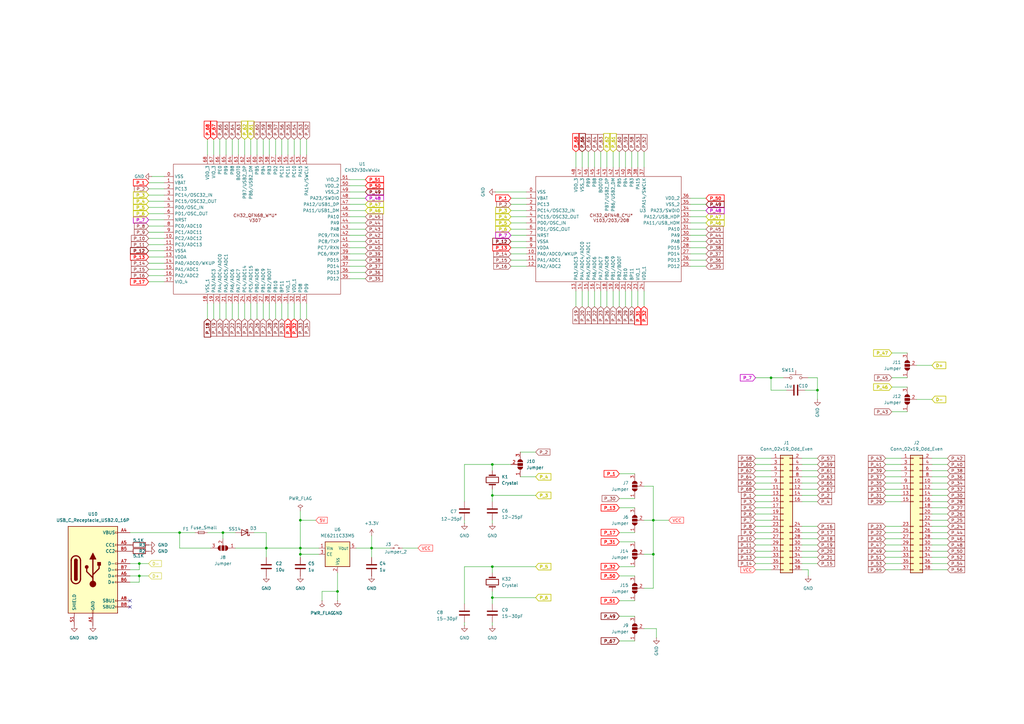
<source format=kicad_sch>
(kicad_sch (version 20250114) (generator "eeschema") (generator_version "9.0")
  (paper "A3")
  (junction (at 152.4 224.79))
  (junction (at 335.28 160.02))
  (junction (at 267.97 213.36))
  (junction (at 267.97 227.33))
  (junction (at 201.93 190.5))
  (junction (at 57.15 231.14))
  (junction (at 316.23 154.94))
  (junction (at 109.22 224.79))
  (junction (at 123.19 224.79))
  (junction (at 91.44 218.44))
  (junction (at 73.66 218.44))
  (junction (at 123.19 227.33))
  (junction (at 138.43 242.57))
  (junction (at 201.93 203.2))
  (junction (at 123.19 213.36))
  (junction (at 201.93 245.11))
  (junction (at 57.15 236.22))
  (junction (at 201.93 232.41))
  (no_connect (at 53.34 246.38))
  (no_connect (at 53.34 248.92))
  (wire (pts (xy 60.96 95.25) (xy 67.31 95.25)))
  (wire (pts (xy 264.16 227.33) (xy 267.97 227.33)))
  (wire (pts (xy 123.19 228.6) (xy 123.19 227.33)))
  (wire (pts (xy 335.28 228.6) (xy 328.93 228.6)))
  (wire (pts (xy 90.17 57.15) (xy 90.17 63.5)))
  (wire (pts (xy 254 236.22) (xy 260.35 236.22)))
  (wire (pts (xy 201.93 245.11) (xy 219.71 245.11)))
  (wire (pts (xy 209.55 91.44) (xy 215.9 91.44)))
  (wire (pts (xy 267.97 213.36) (xy 267.97 227.33)))
  (wire (pts (xy 215.9 78.74) (xy 203.2 78.74)))
  (wire (pts (xy 388.62 215.9) (xy 382.27 215.9)))
  (wire (pts (xy 264.16 241.3) (xy 267.97 241.3)))
  (wire (pts (xy 143.51 86.36) (xy 149.86 86.36)))
  (wire (pts (xy 241.3 125.73) (xy 241.3 119.38)))
  (wire (pts (xy 256.54 119.38) (xy 256.54 125.73)))
  (wire (pts (xy 335.28 187.96) (xy 328.93 187.96)))
  (wire (pts (xy 289.56 83.82) (xy 283.21 83.82)))
  (wire (pts (xy 123.19 209.55) (xy 123.19 213.36)))
  (wire (pts (xy 309.88 228.6) (xy 316.23 228.6)))
  (wire (pts (xy 289.56 101.6) (xy 283.21 101.6)))
  (wire (pts (xy 335.28 203.2) (xy 328.93 203.2)))
  (wire (pts (xy 113.03 57.15) (xy 113.03 63.5)))
  (wire (pts (xy 120.65 130.81) (xy 120.65 124.46)))
  (wire (pts (xy 363.22 226.06) (xy 369.57 226.06)))
  (wire (pts (xy 100.33 57.15) (xy 100.33 63.5)))
  (wire (pts (xy 388.62 193.04) (xy 382.27 193.04)))
  (wire (pts (xy 309.88 208.28) (xy 316.23 208.28)))
  (wire (pts (xy 96.52 224.79) (xy 109.22 224.79)))
  (wire (pts (xy 375.92 149.86) (xy 382.27 149.86)))
  (wire (pts (xy 363.22 195.58) (xy 369.57 195.58)))
  (wire (pts (xy 123.19 224.79) (xy 130.81 224.79)))
  (wire (pts (xy 60.96 77.47) (xy 67.31 77.47)))
  (wire (pts (xy 60.96 102.87) (xy 67.31 102.87)))
  (wire (pts (xy 57.15 236.22) (xy 60.96 236.22)))
  (wire (pts (xy 107.95 130.81) (xy 107.95 124.46)))
  (wire (pts (xy 335.28 220.98) (xy 328.93 220.98)))
  (wire (pts (xy 201.93 242.57) (xy 201.93 245.11)))
  (wire (pts (xy 309.88 200.66) (xy 316.23 200.66)))
  (wire (pts (xy 241.3 62.23) (xy 241.3 68.58)))
  (wire (pts (xy 267.97 241.3) (xy 267.97 227.33)))
  (wire (pts (xy 149.86 76.2) (xy 143.51 76.2)))
  (wire (pts (xy 102.87 130.81) (xy 102.87 124.46)))
  (wire (pts (xy 388.62 210.82) (xy 382.27 210.82)))
  (wire (pts (xy 363.22 190.5) (xy 369.57 190.5)))
  (wire (pts (xy 138.43 242.57) (xy 138.43 246.38)))
  (wire (pts (xy 283.21 91.44) (xy 289.56 91.44)))
  (wire (pts (xy 363.22 193.04) (xy 369.57 193.04)))
  (wire (pts (xy 254 262.89) (xy 260.35 262.89)))
  (wire (pts (xy 149.86 99.06) (xy 143.51 99.06)))
  (wire (pts (xy 388.62 228.6) (xy 382.27 228.6)))
  (wire (pts (xy 388.62 218.44) (xy 382.27 218.44)))
  (wire (pts (xy 109.22 218.44) (xy 109.22 224.79)))
  (wire (pts (xy 289.56 96.52) (xy 283.21 96.52)))
  (wire (pts (xy 109.22 228.6) (xy 109.22 224.79)))
  (wire (pts (xy 60.96 107.95) (xy 67.31 107.95)))
  (wire (pts (xy 209.55 109.22) (xy 215.9 109.22)))
  (wire (pts (xy 309.88 195.58) (xy 316.23 195.58)))
  (wire (pts (xy 91.44 218.44) (xy 96.52 218.44)))
  (wire (pts (xy 149.86 93.98) (xy 143.51 93.98)))
  (wire (pts (xy 283.21 93.98) (xy 289.56 93.98)))
  (wire (pts (xy 363.22 205.74) (xy 369.57 205.74)))
  (wire (pts (xy 388.62 226.06) (xy 382.27 226.06)))
  (wire (pts (xy 190.5 205.74) (xy 190.5 190.5)))
  (wire (pts (xy 209.55 86.36) (xy 215.9 86.36)))
  (wire (pts (xy 248.92 62.23) (xy 248.92 68.58)))
  (wire (pts (xy 309.88 205.74) (xy 316.23 205.74)))
  (wire (pts (xy 243.84 62.23) (xy 243.84 68.58)))
  (wire (pts (xy 309.88 187.96) (xy 316.23 187.96)))
  (wire (pts (xy 388.62 231.14) (xy 382.27 231.14)))
  (wire (pts (xy 246.38 119.38) (xy 246.38 125.73)))
  (wire (pts (xy 105.41 130.81) (xy 105.41 124.46)))
  (wire (pts (xy 243.84 125.73) (xy 243.84 119.38)))
  (wire (pts (xy 53.34 233.68) (xy 57.15 233.68)))
  (wire (pts (xy 60.96 74.93) (xy 67.31 74.93)))
  (wire (pts (xy 335.28 218.44) (xy 328.93 218.44)))
  (wire (pts (xy 309.88 215.9) (xy 316.23 215.9)))
  (wire (pts (xy 316.23 154.94) (xy 316.23 160.02)))
  (wire (pts (xy 60.96 110.49) (xy 67.31 110.49)))
  (wire (pts (xy 289.56 104.14) (xy 283.21 104.14)))
  (wire (pts (xy 365.76 168.91) (xy 372.11 168.91)))
  (wire (pts (xy 289.56 109.22) (xy 283.21 109.22)))
  (wire (pts (xy 238.76 125.73) (xy 238.76 119.38)))
  (wire (pts (xy 335.28 200.66) (xy 328.93 200.66)))
  (wire (pts (xy 57.15 231.14) (xy 60.96 231.14)))
  (wire (pts (xy 149.86 91.44) (xy 143.51 91.44)))
  (wire (pts (xy 160.02 224.79) (xy 152.4 224.79)))
  (wire (pts (xy 363.22 187.96) (xy 369.57 187.96)))
  (wire (pts (xy 60.96 87.63) (xy 67.31 87.63)))
  (wire (pts (xy 219.71 185.42) (xy 213.36 185.42)))
  (wire (pts (xy 254 232.41) (xy 260.35 232.41)))
  (wire (pts (xy 143.51 83.82) (xy 149.86 83.82)))
  (wire (pts (xy 110.49 130.81) (xy 110.49 124.46)))
  (wire (pts (xy 363.22 200.66) (xy 369.57 200.66)))
  (wire (pts (xy 331.47 233.68) (xy 331.47 236.22)))
  (wire (pts (xy 363.22 218.44) (xy 369.57 218.44)))
  (wire (pts (xy 57.15 238.76) (xy 57.15 236.22)))
  (wire (pts (xy 309.88 190.5) (xy 316.23 190.5)))
  (wire (pts (xy 372.11 154.94) (xy 365.76 154.94)))
  (wire (pts (xy 335.28 160.02) (xy 330.2 160.02)))
  (wire (pts (xy 335.28 215.9) (xy 328.93 215.9)))
  (wire (pts (xy 264.16 199.39) (xy 267.97 199.39)))
  (wire (pts (xy 152.4 219.71) (xy 152.4 224.79)))
  (wire (pts (xy 60.96 105.41) (xy 67.31 105.41)))
  (wire (pts (xy 335.28 154.94) (xy 335.28 160.02)))
  (wire (pts (xy 152.4 224.79) (xy 152.4 228.6)))
  (wire (pts (xy 335.28 154.94) (xy 331.47 154.94)))
  (wire (pts (xy 118.11 57.15) (xy 118.11 63.5)))
  (wire (pts (xy 219.71 195.58) (xy 213.36 195.58)))
  (wire (pts (xy 110.49 57.15) (xy 110.49 63.5)))
  (wire (pts (xy 149.86 114.3) (xy 143.51 114.3)))
  (wire (pts (xy 251.46 62.23) (xy 251.46 68.58)))
  (wire (pts (xy 261.62 62.23) (xy 261.62 68.58)))
  (wire (pts (xy 190.5 247.65) (xy 190.5 232.41)))
  (wire (pts (xy 254 252.73) (xy 260.35 252.73)))
  (wire (pts (xy 104.14 218.44) (xy 109.22 218.44)))
  (wire (pts (xy 236.22 125.73) (xy 236.22 119.38)))
  (wire (pts (xy 97.79 57.15) (xy 97.79 63.5)))
  (wire (pts (xy 60.96 85.09) (xy 67.31 85.09)))
  (wire (pts (xy 115.57 57.15) (xy 115.57 63.5)))
  (wire (pts (xy 57.15 233.68) (xy 57.15 231.14)))
  (wire (pts (xy 259.08 62.23) (xy 259.08 68.58)))
  (wire (pts (xy 53.34 238.76) (xy 57.15 238.76)))
  (wire (pts (xy 363.22 215.9) (xy 369.57 215.9)))
  (wire (pts (xy 190.5 232.41) (xy 201.93 232.41)))
  (wire (pts (xy 309.88 198.12) (xy 316.23 198.12)))
  (wire (pts (xy 335.28 195.58) (xy 328.93 195.58)))
  (wire (pts (xy 118.11 130.81) (xy 118.11 124.46)))
  (wire (pts (xy 53.34 236.22) (xy 57.15 236.22)))
  (wire (pts (xy 149.86 101.6) (xy 143.51 101.6)))
  (wire (pts (xy 246.38 62.23) (xy 246.38 68.58)))
  (wire (pts (xy 363.22 198.12) (xy 369.57 198.12)))
  (wire (pts (xy 60.96 97.79) (xy 67.31 97.79)))
  (wire (pts (xy 363.22 220.98) (xy 369.57 220.98)))
  (wire (pts (xy 85.09 218.44) (xy 91.44 218.44)))
  (wire (pts (xy 289.56 99.06) (xy 283.21 99.06)))
  (wire (pts (xy 132.08 242.57) (xy 132.08 246.38)))
  (wire (pts (xy 388.62 213.36) (xy 382.27 213.36)))
  (wire (pts (xy 132.08 242.57) (xy 138.43 242.57)))
  (wire (pts (xy 91.44 218.44) (xy 91.44 220.98)))
  (wire (pts (xy 97.79 124.46) (xy 97.79 130.81)))
  (wire (pts (xy 60.96 90.17) (xy 67.31 90.17)))
  (wire (pts (xy 95.25 57.15) (xy 95.25 63.5)))
  (wire (pts (xy 73.66 218.44) (xy 73.66 224.79)))
  (wire (pts (xy 125.73 124.46) (xy 125.73 130.81)))
  (wire (pts (xy 190.5 213.36) (xy 190.5 214.63)))
  (wire (pts (xy 209.55 83.82) (xy 215.9 83.82)))
  (wire (pts (xy 335.28 198.12) (xy 328.93 198.12)))
  (wire (pts (xy 149.86 104.14) (xy 143.51 104.14)))
  (wire (pts (xy 236.22 62.23) (xy 236.22 68.58)))
  (wire (pts (xy 388.62 190.5) (xy 382.27 190.5)))
  (wire (pts (xy 87.63 130.81) (xy 87.63 124.46)))
  (wire (pts (xy 149.86 96.52) (xy 143.51 96.52)))
  (wire (pts (xy 149.86 106.68) (xy 143.51 106.68)))
  (wire (pts (xy 146.05 224.79) (xy 152.4 224.79)))
  (wire (pts (xy 165.1 224.79) (xy 171.45 224.79)))
  (wire (pts (xy 67.31 72.39) (xy 62.23 72.39)))
  (wire (pts (xy 363.22 231.14) (xy 369.57 231.14)))
  (wire (pts (xy 248.92 125.73) (xy 248.92 119.38)))
  (wire (pts (xy 149.86 111.76) (xy 143.51 111.76)))
  (wire (pts (xy 123.19 130.81) (xy 123.19 124.46)))
  (wire (pts (xy 256.54 62.23) (xy 256.54 68.58)))
  (wire (pts (xy 60.96 113.03) (xy 67.31 113.03)))
  (wire (pts (xy 123.19 57.15) (xy 123.19 63.5)))
  (wire (pts (xy 251.46 125.73) (xy 251.46 119.38)))
  (wire (pts (xy 129.54 213.36) (xy 123.19 213.36)))
  (wire (pts (xy 388.62 203.2) (xy 382.27 203.2)))
  (wire (pts (xy 254 246.38) (xy 260.35 246.38)))
  (wire (pts (xy 388.62 200.66) (xy 382.27 200.66)))
  (wire (pts (xy 283.21 86.36) (xy 289.56 86.36)))
  (wire (pts (xy 267.97 213.36) (xy 274.32 213.36)))
  (wire (pts (xy 363.22 203.2) (xy 369.57 203.2)))
  (wire (pts (xy 190.5 190.5) (xy 201.93 190.5)))
  (wire (pts (xy 138.43 234.95) (xy 138.43 242.57)))
  (wire (pts (xy 309.88 218.44) (xy 316.23 218.44)))
  (wire (pts (xy 85.09 130.81) (xy 85.09 124.46)))
  (wire (pts (xy 149.86 73.66) (xy 143.51 73.66)))
  (wire (pts (xy 388.62 198.12) (xy 382.27 198.12)))
  (wire (pts (xy 316.23 233.68) (xy 309.88 233.68)))
  (wire (pts (xy 335.28 226.06) (xy 328.93 226.06)))
  (wire (pts (xy 254 125.73) (xy 254 119.38)))
  (wire (pts (xy 335.28 193.04) (xy 328.93 193.04)))
  (wire (pts (xy 269.24 261.62) (xy 269.24 257.81)))
  (wire (pts (xy 388.62 205.74) (xy 382.27 205.74)))
  (wire (pts (xy 86.36 224.79) (xy 73.66 224.79)))
  (wire (pts (xy 60.96 80.01) (xy 67.31 80.01)))
  (wire (pts (xy 388.62 195.58) (xy 382.27 195.58)))
  (wire (pts (xy 115.57 130.81) (xy 115.57 124.46)))
  (wire (pts (xy 92.71 130.81) (xy 92.71 124.46)))
  (wire (pts (xy 209.55 106.68) (xy 215.9 106.68)))
  (wire (pts (xy 309.88 213.36) (xy 316.23 213.36)))
  (wire (pts (xy 149.86 78.74) (xy 143.51 78.74)))
  (wire (pts (xy 372.11 144.78) (xy 365.76 144.78)))
  (wire (pts (xy 388.62 187.96) (xy 382.27 187.96)))
  (wire (pts (xy 60.96 82.55) (xy 67.31 82.55)))
  (wire (pts (xy 261.62 125.73) (xy 261.62 119.38)))
  (wire (pts (xy 328.93 233.68) (xy 331.47 233.68)))
  (wire (pts (xy 60.96 100.33) (xy 67.31 100.33)))
  (wire (pts (xy 143.51 81.28) (xy 149.86 81.28)))
  (wire (pts (xy 388.62 223.52) (xy 382.27 223.52)))
  (wire (pts (xy 123.19 213.36) (xy 123.19 224.79)))
  (wire (pts (xy 190.5 255.27) (xy 190.5 256.54)))
  (wire (pts (xy 375.92 163.83) (xy 382.27 163.83)))
  (wire (pts (xy 209.55 99.06) (xy 215.9 99.06)))
  (wire (pts (xy 335.28 223.52) (xy 328.93 223.52)))
  (wire (pts (xy 264.16 257.81) (xy 269.24 257.81)))
  (wire (pts (xy 109.22 224.79) (xy 123.19 224.79)))
  (wire (pts (xy 335.28 231.14) (xy 328.93 231.14)))
  (wire (pts (xy 123.19 227.33) (xy 123.19 224.79)))
  (wire (pts (xy 388.62 208.28) (xy 382.27 208.28)))
  (wire (pts (xy 335.28 163.83) (xy 335.28 160.02)))
  (wire (pts (xy 107.95 57.15) (xy 107.95 63.5)))
  (wire (pts (xy 209.55 81.28) (xy 215.9 81.28)))
  (wire (pts (xy 87.63 57.15) (xy 87.63 63.5)))
  (wire (pts (xy 85.09 57.15) (xy 85.09 63.5)))
  (wire (pts (xy 309.88 231.14) (xy 316.23 231.14)))
  (wire (pts (xy 363.22 223.52) (xy 369.57 223.52)))
  (wire (pts (xy 388.62 220.98) (xy 382.27 220.98)))
  (wire (pts (xy 143.51 88.9) (xy 149.86 88.9)))
  (wire (pts (xy 254 222.25) (xy 260.35 222.25)))
  (wire (pts (xy 209.55 96.52) (xy 215.9 96.52)))
  (wire (pts (xy 120.65 57.15) (xy 120.65 63.5)))
  (wire (pts (xy 100.33 130.81) (xy 100.33 124.46)))
  (wire (pts (xy 309.88 193.04) (xy 316.23 193.04)))
  (wire (pts (xy 105.41 57.15) (xy 105.41 63.5)))
  (wire (pts (xy 363.22 228.6) (xy 369.57 228.6)))
  (wire (pts (xy 322.58 160.02) (xy 316.23 160.02)))
  (wire (pts (xy 201.93 203.2) (xy 201.93 205.74)))
  (wire (pts (xy 363.22 233.68) (xy 369.57 233.68)))
  (wire (pts (xy 309.88 226.06) (xy 316.23 226.06)))
  (wire (pts (xy 113.03 124.46) (xy 113.03 130.81)))
  (wire (pts (xy 209.55 104.14) (xy 215.9 104.14)))
  (wire (pts (xy 264.16 125.73) (xy 264.16 119.38)))
  (wire (pts (xy 95.25 130.81) (xy 95.25 124.46)))
  (wire (pts (xy 53.34 218.44) (xy 73.66 218.44)))
  (wire (pts (xy 309.88 154.94) (xy 316.23 154.94)))
  (wire (pts (xy 259.08 125.73) (xy 259.08 119.38)))
  (wire (pts (xy 53.34 231.14) (xy 57.15 231.14)))
  (wire (pts (xy 149.86 109.22) (xy 143.51 109.22)))
  (wire (pts (xy 201.93 232.41) (xy 201.93 234.95)))
  (wire (pts (xy 201.93 200.66) (xy 201.93 203.2)))
  (wire (pts (xy 254 204.47) (xy 260.35 204.47)))
  (wire (pts (xy 102.87 57.15) (xy 102.87 63.5)))
  (wire (pts (xy 123.19 227.33) (xy 130.81 227.33)))
  (wire (pts (xy 254 218.44) (xy 260.35 218.44)))
  (wire (pts (xy 92.71 57.15) (xy 92.71 63.5)))
  (wire (pts (xy 388.62 233.68) (xy 382.27 233.68)))
  (wire (pts (xy 125.73 57.15) (xy 125.73 63.5)))
  (wire (pts (xy 209.55 101.6) (xy 215.9 101.6)))
  (wire (pts (xy 335.28 190.5) (xy 328.93 190.5)))
  (wire (pts (xy 254 62.23) (xy 254 68.58)))
  (wire (pts (xy 90.17 130.81) (xy 90.17 124.46)))
  (wire (pts (xy 254 194.31) (xy 260.35 194.31)))
  (wire (pts (xy 309.88 210.82) (xy 316.23 210.82)))
  (wire (pts (xy 201.93 190.5) (xy 209.55 190.5)))
  (wire (pts (xy 201.93 232.41) (xy 219.71 232.41)))
  (wire (pts (xy 73.66 218.44) (xy 80.01 218.44)))
  (wire (pts (xy 238.76 62.23) (xy 238.76 68.58)))
  (wire (pts (xy 264.16 213.36) (xy 267.97 213.36)))
  (wire (pts (xy 335.28 205.74) (xy 328.93 205.74)))
  (wire (pts (xy 201.93 213.36) (xy 201.93 214.63)))
  (wire (pts (xy 309.88 203.2) (xy 316.23 203.2)))
  (wire (pts (xy 60.96 115.57) (xy 67.31 115.57)))
  (wire (pts (xy 209.55 88.9) (xy 215.9 88.9)))
  (wire (pts (xy 60.96 92.71) (xy 67.31 92.71)))
  (wire (pts (xy 309.88 220.98) (xy 316.23 220.98)))
  (wire (pts (xy 289.56 106.68) (xy 283.21 106.68)))
  (wire (pts (xy 254 208.28) (xy 260.35 208.28)))
  (wire (pts (xy 283.21 88.9) (xy 289.56 88.9)))
  (wire (pts (xy 372.11 158.75) (xy 365.76 158.75)))
  (wire (pts (xy 201.93 255.27) (xy 201.93 256.54)))
  (wire (pts (xy 321.31 154.94) (xy 316.23 154.94)))
  (wire (pts (xy 267.97 199.39) (xy 267.97 213.36)))
  (wire (pts (xy 209.55 93.98) (xy 215.9 93.98)))
  (wire (pts (xy 289.56 81.28) (xy 283.21 81.28)))
  (wire (pts (xy 201.93 203.2) (xy 219.71 203.2)))
  (wire (pts (xy 201.93 245.11) (xy 201.93 247.65)))
  (wire (pts (xy 264.16 62.23) (xy 264.16 68.58)))
  (wire (pts (xy 201.93 190.5) (xy 201.93 193.04)))
  (wire (pts (xy 309.88 223.52) (xy 316.23 223.52)))
  (global_label "P_28" (shape input) (at 254 125.73 270) (property "Intersheetrefs" "${INTERSHEET_REFS}" (effects (hide yes))))
  (global_label "P_24" (shape input) (at 388.62 215.9 0) (property "Intersheetrefs" "${INTERSHEET_REFS}" (effects (hide yes))))
  (global_label "P_15" (shape input) (at 209.55 106.68 180) (property "Intersheetrefs" "${INTERSHEET_REFS}" (effects (hide yes))))
  (global_label "P_68" (shape input) (at 309.88 200.66 180) (property "Intersheetrefs" "${INTERSHEET_REFS}" (effects (hide yes))))
  (global_label "P_19" (shape input) (at 335.28 223.52 0) (property "Intersheetrefs" "${INTERSHEET_REFS}" (effects (hide yes))))
  (global_label "P_31" (shape input) (at 254 222.25 180) (effects (font (thickness 0.254) (bold yes))) (property "Intersheetrefs" "${INTERSHEET_REFS}" (effects (hide yes))))
  (global_label "P_54" (shape input) (at 120.65 57.15 90) (property "Intersheetrefs" "${INTERSHEET_REFS}" (effects (hide yes))))
  (global_label "P_24" (shape input) (at 100.33 130.81 270) (property "Intersheetrefs" "${INTERSHEET_REFS}" (effects (hide yes))))
  (global_label "P_5" (shape input) (at 309.88 208.28 180) (property "Intersheetrefs" "${INTERSHEET_REFS}" (effects (hide yes))))
  (global_label "P_60" (shape input) (at 254 62.23 90) (property "Intersheetrefs" "${INTERSHEET_REFS}" (effects (hide yes))))
  (global_label "P_1" (shape input) (at 254 194.31 180) (effects (font (thickness 0.254) (bold yes))) (property "Intersheetrefs" "${INTERSHEET_REFS}" (effects (hide yes))))
  (global_label "P_49" (shape input) (at 149.86 78.74 0) (effects (font (thickness 0.254) (bold yes))) (property "Intersheetrefs" "${INTERSHEET_REFS}" (effects (hide yes))))
  (global_label "P_13" (shape input) (at 209.55 101.6 180) (effects (font (thickness 0.254) (bold yes))) (property "Intersheetrefs" "${INTERSHEET_REFS}" (effects (hide yes))))
  (global_label "P_18" (shape input) (at 335.28 220.98 0) (property "Intersheetrefs" "${INTERSHEET_REFS}" (effects (hide yes))))
  (global_label "P_14" (shape input) (at 209.55 104.14 180) (property "Intersheetrefs" "${INTERSHEET_REFS}" (effects (hide yes))))
  (global_label "P_36" (shape input) (at 149.86 111.76 0) (property "Intersheetrefs" "${INTERSHEET_REFS}" (effects (hide yes))))
  (global_label "P_2" (shape input) (at 60.96 77.47 180) (property "Intersheetrefs" "${INTERSHEET_REFS}" (effects (hide yes))))
  (global_label "P_46" (shape input) (at 365.76 158.75 180) (effects (font (thickness 0.254) (bold yes))) (property "Intersheetrefs" "${INTERSHEET_REFS}" (effects (hide yes))))
  (global_label "P_59" (shape input) (at 107.95 57.15 90) (property "Intersheetrefs" "${INTERSHEET_REFS}" (effects (hide yes))))
  (global_label "P_15" (shape input) (at 335.28 231.14 0) (property "Intersheetrefs" "${INTERSHEET_REFS}" (effects (hide yes))))
  (global_label "P_22" (shape input) (at 243.84 125.73 270) (property "Intersheetrefs" "${INTERSHEET_REFS}" (effects (hide yes))))
  (global_label "P_66" (shape input) (at 90.17 57.15 90) (property "Intersheetrefs" "${INTERSHEET_REFS}" (effects (hide yes))))
  (global_label "P_60" (shape input) (at 309.88 190.5 180) (property "Intersheetrefs" "${INTERSHEET_REFS}" (effects (hide yes))))
  (global_label "P_66" (shape input) (at 309.88 198.12 180) (property "Intersheetrefs" "${INTERSHEET_REFS}" (effects (hide yes))))
  (global_label "P_36" (shape input) (at 289.56 106.68 0) (property "Intersheetrefs" "${INTERSHEET_REFS}" (effects (hide yes))))
  (global_label "P_40" (shape input) (at 388.62 190.5 0) (property "Intersheetrefs" "${INTERSHEET_REFS}" (effects (hide yes))))
  (global_label "P_37" (shape input) (at 149.86 109.22 0) (property "Intersheetrefs" "${INTERSHEET_REFS}" (effects (hide yes))))
  (global_label "P_3" (shape input) (at 309.88 205.74 180) (property "Intersheetrefs" "${INTERSHEET_REFS}" (effects (hide yes))))
  (global_label "P_9" (shape input) (at 309.88 218.44 180) (property "Intersheetrefs" "${INTERSHEET_REFS}" (effects (hide yes))))
  (global_label "P_31" (shape input) (at 118.11 130.81 270) (effects (font (thickness 0.254) (bold yes))) (property "Intersheetrefs" "${INTERSHEET_REFS}" (effects (hide yes))))
  (global_label "P_32" (shape input) (at 388.62 200.66 0) (property "Intersheetrefs" "${INTERSHEET_REFS}" (effects (hide yes))))
  (global_label "P_17" (shape input) (at 254 218.44 180) (effects (font (thickness 0.254) (bold yes))) (property "Intersheetrefs" "${INTERSHEET_REFS}" (effects (hide yes))))
  (global_label "P_5" (shape input) (at 60.96 85.09 180) (effects (font (thickness 0.254) (bold yes))) (property "Intersheetrefs" "${INTERSHEET_REFS}" (effects (hide yes))))
  (global_label "P_33" (shape input) (at 123.19 130.81 270) (property "Intersheetrefs" "${INTERSHEET_REFS}" (effects (hide yes))))
  (global_label "P_52" (shape input) (at 388.62 228.6 0) (property "Intersheetrefs" "${INTERSHEET_REFS}" (effects (hide yes))))
  (global_label "P_65" (shape input) (at 92.71 57.15 90) (property "Intersheetrefs" "${INTERSHEET_REFS}" (effects (hide yes))))
  (global_label "P_4" (shape input) (at 209.55 88.9 180) (effects (font (thickness 0.254) (bold yes))) (property "Intersheetrefs" "${INTERSHEET_REFS}" (effects (hide yes))))
  (global_label "P_34" (shape input) (at 388.62 198.12 0) (property "Intersheetrefs" "${INTERSHEET_REFS}" (effects (hide yes))))
  (global_label "P_35" (shape input) (at 149.86 114.3 0) (property "Intersheetrefs" "${INTERSHEET_REFS}" (effects (hide yes))))
  (global_label "P_17" (shape input) (at 60.96 115.57 180) (effects (font (thickness 0.254) (bold yes))) (property "Intersheetrefs" "${INTERSHEET_REFS}" (effects (hide yes))))
  (global_label "P_30" (shape input) (at 388.62 203.2 0) (property "Intersheetrefs" "${INTERSHEET_REFS}" (effects (hide yes))))
  (global_label "P_4" (shape input) (at 60.96 82.55 180) (effects (font (thickness 0.254) (bold yes))) (property "Intersheetrefs" "${INTERSHEET_REFS}" (effects (hide yes))))
  (global_label "P_64" (shape input) (at 95.25 57.15 90) (property "Intersheetrefs" "${INTERSHEET_REFS}" (effects (hide yes))))
  (global_label "VCC" (shape input) (at 309.88 233.68 180) (property "Intersheetrefs" "${INTERSHEET_REFS}" (effects (hide yes))))
  (global_label "P_59" (shape input) (at 335.28 190.5 0) (property "Intersheetrefs" "${INTERSHEET_REFS}" (effects (hide yes))))
  (global_label "P_22" (shape input) (at 363.22 218.44 180) (property "Intersheetrefs" "${INTERSHEET_REFS}" (effects (hide yes))))
  (global_label "P_44" (shape input) (at 149.86 91.44 0) (property "Intersheetrefs" "${INTERSHEET_REFS}" (effects (hide yes))))
  (global_label "P_56" (shape input) (at 115.57 57.15 90) (property "Intersheetrefs" "${INTERSHEET_REFS}" (effects (hide yes))))
  (global_label "P_48" (shape input) (at 149.86 81.28 0) (effects (font (thickness 0.254) (bold yes))) (property "Intersheetrefs" "${INTERSHEET_REFS}" (effects (hide yes))))
  (global_label "P_39" (shape input) (at 149.86 104.14 0) (property "Intersheetrefs" "${INTERSHEET_REFS}" (effects (hide yes))))
  (global_label "P_47" (shape input) (at 365.76 144.78 180) (effects (font (thickness 0.254) (bold yes))) (property "Intersheetrefs" "${INTERSHEET_REFS}" (effects (hide yes))))
  (global_label "P_51" (shape input) (at 254 246.38 180) (effects (font (thickness 0.254) (bold yes))) (property "Intersheetrefs" "${INTERSHEET_REFS}" (effects (hide yes))))
  (global_label "P_49" (shape input) (at 289.56 83.82 0) (effects (font (thickness 0.254) (bold yes))) (property "Intersheetrefs" "${INTERSHEET_REFS}" (effects (hide yes))))
  (global_label "P_45" (shape input) (at 365.76 154.94 180) (property "Intersheetrefs" "${INTERSHEET_REFS}" (effects (hide yes))))
  (global_label "D+" (shape input) (at 60.96 236.22 0) (property "Intersheetrefs" "${INTERSHEET_REFS}" (effects (hide yes))))
  (global_label "P_28" (shape input) (at 388.62 205.74 0) (property "Intersheetrefs" "${INTERSHEET_REFS}" (effects (hide yes))))
  (global_label "P_43" (shape input) (at 365.76 168.91 180) (property "Intersheetrefs" "${INTERSHEET_REFS}" (effects (hide yes))))
  (global_label "P_46" (shape input) (at 289.56 91.44 0) (effects (font (thickness 0.254) (bold yes))) (property "Intersheetrefs" "${INTERSHEET_REFS}" (effects (hide yes))))
  (global_label "P_45" (shape input) (at 363.22 220.98 180) (property "Intersheetrefs" "${INTERSHEET_REFS}" (effects (hide yes))))
  (global_label "P_30" (shape input) (at 254 204.47 180) (property "Intersheetrefs" "${INTERSHEET_REFS}" (effects (hide yes))))
  (global_label "P_62" (shape input) (at 100.33 57.15 90) (effects (font (thickness 0.254) (bold yes))) (property "Intersheetrefs" "${INTERSHEET_REFS}" (effects (hide yes))))
  (global_label "P_1" (shape input) (at 60.96 74.93 180) (effects (font (thickness 0.254) (bold yes))) (property "Intersheetrefs" "${INTERSHEET_REFS}" (effects (hide yes))))
  (global_label "P_61" (shape input) (at 102.87 57.15 90) (effects (font (thickness 0.254) (bold yes))) (property "Intersheetrefs" "${INTERSHEET_REFS}" (effects (hide yes))))
  (global_label "P_45" (shape input) (at 149.86 88.9 0) (property "Intersheetrefs" "${INTERSHEET_REFS}" (effects (hide yes))))
  (global_label "P_19" (shape input) (at 236.22 125.73 270) (property "Intersheetrefs" "${INTERSHEET_REFS}" (effects (hide yes))))
  (global_label "P_6" (shape input) (at 219.71 245.11 0) (effects (font (thickness 0.254) (bold yes))) (property "Intersheetrefs" "${INTERSHEET_REFS}" (effects (hide yes))))
  (global_label "P_48" (shape input) (at 289.56 86.36 0) (effects (font (thickness 0.254) (bold yes))) (property "Intersheetrefs" "${INTERSHEET_REFS}" (effects (hide yes))))
  (global_label "P_51" (shape input) (at 363.22 228.6 180) (property "Intersheetrefs" "${INTERSHEET_REFS}" (effects (hide yes))))
  (global_label "P_68" (shape input) (at 236.22 62.23 90) (effects (font (thickness 0.254) (bold yes))) (property "Intersheetrefs" "${INTERSHEET_REFS}" (effects (hide yes))))
  (global_label "P_12" (shape input) (at 309.88 226.06 180) (property "Intersheetrefs" "${INTERSHEET_REFS}" (effects (hide yes))))
  (global_label "P_43" (shape input) (at 289.56 99.06 0) (property "Intersheetrefs" "${INTERSHEET_REFS}" (effects (hide yes))))
  (global_label "P_4" (shape input) (at 335.28 205.74 0) (property "Intersheetrefs" "${INTERSHEET_REFS}" (effects (hide yes))))
  (global_label "P_23" (shape input) (at 363.22 215.9 180) (property "Intersheetrefs" "${INTERSHEET_REFS}" (effects (hide yes))))
  (global_label "D-" (shape input) (at 60.96 231.14 0) (property "Intersheetrefs" "${INTERSHEET_REFS}" (effects (hide yes))))
  (global_label "P_3" (shape input) (at 219.71 203.2 0) (effects (font (thickness 0.254) (bold yes))) (property "Intersheetrefs" "${INTERSHEET_REFS}" (effects (hide yes))))
  (global_label "P_43" (shape input) (at 149.86 93.98 0) (property "Intersheetrefs" "${INTERSHEET_REFS}" (effects (hide yes))))
  (global_label "P_23" (shape input) (at 246.38 125.73 270) (property "Intersheetrefs" "${INTERSHEET_REFS}" (effects (hide yes))))
  (global_label "P_13" (shape input) (at 254 208.28 180) (effects (font (thickness 0.254) (bold yes))) (property "Intersheetrefs" "${INTERSHEET_REFS}" (effects (hide yes))))
  (global_label "P_63" (shape input) (at 97.79 57.15 90) (property "Intersheetrefs" "${INTERSHEET_REFS}" (effects (hide yes))))
  (global_label "P_29" (shape input) (at 113.03 130.81 270) (property "Intersheetrefs" "${INTERSHEET_REFS}" (effects (hide yes))))
  (global_label "P_27" (shape input) (at 107.95 130.81 270) (property "Intersheetrefs" "${INTERSHEET_REFS}" (effects (hide yes))))
  (global_label "P_38" (shape input) (at 149.86 106.68 0) (property "Intersheetrefs" "${INTERSHEET_REFS}" (effects (hide yes))))
  (global_label "P_1" (shape input) (at 309.88 203.2 180) (property "Intersheetrefs" "${INTERSHEET_REFS}" (effects (hide yes))))
  (global_label "P_65" (shape input) (at 241.3 62.23 90) (property "Intersheetrefs" "${INTERSHEET_REFS}" (effects (hide yes))))
  (global_label "P_27" (shape input) (at 388.62 208.28 0) (property "Intersheetrefs" "${INTERSHEET_REFS}" (effects (hide yes))))
  (global_label "P_32" (shape input) (at 120.65 130.81 270) (effects (font (thickness 0.254) (bold yes))) (property "Intersheetrefs" "${INTERSHEET_REFS}" (effects (hide yes))))
  (global_label "P_54" (shape input) (at 388.62 231.14 0) (property "Intersheetrefs" "${INTERSHEET_REFS}" (effects (hide yes))))
  (global_label "P_42" (shape input) (at 388.62 187.96 0) (property "Intersheetrefs" "${INTERSHEET_REFS}" (effects (hide yes))))
  (global_label "P_48" (shape input) (at 388.62 223.52 0) (property "Intersheetrefs" "${INTERSHEET_REFS}" (effects (hide yes))))
  (global_label "P_58" (shape input) (at 309.88 187.96 180) (property "Intersheetrefs" "${INTERSHEET_REFS}" (effects (hide yes))))
  (global_label "P_12" (shape input) (at 209.55 99.06 180) (effects (font (thickness 0.254) (bold yes))) (property "Intersheetrefs" "${INTERSHEET_REFS}" (effects (hide yes))))
  (global_label "P_65" (shape input) (at 335.28 198.12 0) (property "Intersheetrefs" "${INTERSHEET_REFS}" (effects (hide yes))))
  (global_label "P_18" (shape input) (at 85.09 130.81 270) (effects (font (thickness 0.254) (bold yes))) (property "Intersheetrefs" "${INTERSHEET_REFS}" (effects (hide yes))))
  (global_label "P_6" (shape input) (at 309.88 210.82 180) (property "Intersheetrefs" "${INTERSHEET_REFS}" (effects (hide yes))))
  (global_label "P_50" (shape input) (at 149.86 76.2 0) (effects (font (thickness 0.254) (bold yes))) (property "Intersheetrefs" "${INTERSHEET_REFS}" (effects (hide yes))))
  (global_label "P_40" (shape input) (at 149.86 101.6 0) (property "Intersheetrefs" "${INTERSHEET_REFS}" (effects (hide yes))))
  (global_label "VCC" (shape input) (at 274.32 213.36 0) (property "Intersheetrefs" "${INTERSHEET_REFS}" (effects (hide yes))))
  (global_label "P_53" (shape input) (at 261.62 62.23 90) (property "Intersheetrefs" "${INTERSHEET_REFS}" (effects (hide yes))))
  (global_label "P_20" (shape input) (at 238.76 125.73 270) (property "Intersheetrefs" "${INTERSHEET_REFS}" (effects (hide yes))))
  (global_label "P_52" (shape input) (at 125.73 57.15 90) (property "Intersheetrefs" "${INTERSHEET_REFS}" (effects (hide yes))))
  (global_label "P_67" (shape input) (at 335.28 200.66 0) (property "Intersheetrefs" "${INTERSHEET_REFS}" (effects (hide yes))))
  (global_label "P_4" (shape input) (at 219.71 195.58 0) (effects (font (thickness 0.254) (bold yes))) (property "Intersheetrefs" "${INTERSHEET_REFS}" (effects (hide yes))))
  (global_label "P_32" (shape input) (at 264.16 125.73 270) (effects (font (thickness 0.254) (bold yes))) (property "Intersheetrefs" "${INTERSHEET_REFS}" (effects (hide yes))))
  (global_label "P_36" (shape input) (at 388.62 195.58 0) (property "Intersheetrefs" "${INTERSHEET_REFS}" (effects (hide yes))))
  (global_label "P_53" (shape input) (at 363.22 231.14 180) (property "Intersheetrefs" "${INTERSHEET_REFS}" (effects (hide yes))))
  (global_label "P_59" (shape input) (at 256.54 62.23 90) (property "Intersheetrefs" "${INTERSHEET_REFS}" (effects (hide yes))))
  (global_label "P_46" (shape input) (at 388.62 220.98 0) (property "Intersheetrefs" "${INTERSHEET_REFS}" (effects (hide yes))))
  (global_label "P_2" (shape input) (at 209.55 83.82 180) (property "Intersheetrefs" "${INTERSHEET_REFS}" (effects (hide yes))))
  (global_label "P_44" (shape input) (at 289.56 96.52 0) (property "Intersheetrefs" "${INTERSHEET_REFS}" (effects (hide yes))))
  (global_label "P_17" (shape input) (at 335.28 218.44 0) (property "Intersheetrefs" "${INTERSHEET_REFS}" (effects (hide yes))))
  (global_label "P_66" (shape input) (at 238.76 62.23 90) (effects (font (thickness 0.254) (bold yes))) (property "Intersheetrefs" "${INTERSHEET_REFS}" (effects (hide yes))))
  (global_label "P_67" (shape input) (at 87.63 57.15 90) (effects (font (thickness 0.254) (bold yes))) (property "Intersheetrefs" "${INTERSHEET_REFS}" (effects (hide yes))))
  (global_label "P_31" (shape input) (at 261.62 125.73 270) (effects (font (thickness 0.254) (bold yes))) (property "Intersheetrefs" "${INTERSHEET_REFS}" (effects (hide yes))))
  (global_label "P_5" (shape input) (at 219.71 232.41 0) (effects (font (thickness 0.254) (bold yes))) (property "Intersheetrefs" "${INTERSHEET_REFS}" (effects (hide yes))))
  (global_label "D-" (shape input) (at 382.27 163.83 0) (effects (font (thickness 0.254) (bold yes))) (property "Intersheetrefs" "${INTERSHEET_REFS}" (effects (hide yes))))
  (global_label "P_25" (shape input) (at 102.87 130.81 270) (property "Intersheetrefs" "${INTERSHEET_REFS}" (effects (hide yes))))
  (global_label "P_27" (shape input) (at 251.46 125.73 270) (property "Intersheetrefs" "${INTERSHEET_REFS}" (effects (hide yes))))
  (global_label "P_50" (shape input) (at 254 236.22 180) (effects (font (thickness 0.254) (bold yes))) (property "Intersheetrefs" "${INTERSHEET_REFS}" (effects (hide yes))))
  (global_label "P_50" (shape input) (at 388.62 226.06 0) (property "Intersheetrefs" "${INTERSHEET_REFS}" (effects (hide yes))))
  (global_label "P_33" (shape input) (at 363.22 200.66 180) (property "Intersheetrefs" "${INTERSHEET_REFS}" (effects (hide yes))))
  (global_label "P_67" (shape input) (at 254 262.89 180) (effects (font (thickness 0.254) (bold yes))) (property "Intersheetrefs" "${INTERSHEET_REFS}" (effects (hide yes))))
  (global_label "P_21" (shape input) (at 335.28 228.6 0) (property "Intersheetrefs" "${INTERSHEET_REFS}" (effects (hide yes))))
  (global_label "P_15" (shape input) (at 60.96 110.49 180) (property "Intersheetrefs" "${INTERSHEET_REFS}" (effects (hide yes))))
  (global_label "P_8" (shape input) (at 60.96 92.71 180) (property "Intersheetrefs" "${INTERSHEET_REFS}" (effects (hide yes))))
  (global_label "P_62" (shape input) (at 309.88 193.04 180) (property "Intersheetrefs" "${INTERSHEET_REFS}" (effects (hide yes))))
  (global_label "P_49" (shape input) (at 363.22 226.06 180) (property "Intersheetrefs" "${INTERSHEET_REFS}" (effects (hide yes))))
  (global_label "P_26" (shape input) (at 388.62 210.82 0) (property "Intersheetrefs" "${INTERSHEET_REFS}" (effects (hide yes))))
  (global_label "P_45" (shape input) (at 289.56 93.98 0) (property "Intersheetrefs" "${INTERSHEET_REFS}" (effects (hide yes))))
  (global_label "P_10" (shape input) (at 309.88 220.98 180) (property "Intersheetrefs" "${INTERSHEET_REFS}" (effects (hide yes))))
  (global_label "P_38" (shape input) (at 289.56 101.6 0) (property "Intersheetrefs" "${INTERSHEET_REFS}" (effects (hide yes))))
  (global_label "5V" (shape input) (at 129.54 213.36 0) (property "Intersheetrefs" "${INTERSHEET_REFS}" (effects (hide yes))))
  (global_label "P_6" (shape input) (at 60.96 87.63 180) (effects (font (thickness 0.254) (bold yes))) (property "Intersheetrefs" "${INTERSHEET_REFS}" (effects (hide yes))))
  (global_label "P_3" (shape input) (at 60.96 80.01 180) (effects (font (thickness 0.254) (bold yes))) (property "Intersheetrefs" "${INTERSHEET_REFS}" (effects (hide yes))))
  (global_label "P_51" (shape input) (at 149.86 73.66 0) (effects (font (thickness 0.254) (bold yes))) (property "Intersheetrefs" "${INTERSHEET_REFS}" (effects (hide yes))))
  (global_label "P_68" (shape input) (at 85.09 57.15 90) (effects (font (thickness 0.254) (bold yes))) (property "Intersheetrefs" "${INTERSHEET_REFS}" (effects (hide yes))))
  (global_label "P_14" (shape input) (at 60.96 107.95 180) (property "Intersheetrefs" "${INTERSHEET_REFS}" (effects (hide yes))))
  (global_label "P_44" (shape input) (at 388.62 218.44 0) (property "Intersheetrefs" "${INTERSHEET_REFS}" (effects (hide yes))))
  (global_label "P_7" (shape input) (at 60.96 90.17 180) (effects (font (thickness 0.254) (bold yes))) (property "Intersheetrefs" "${INTERSHEET_REFS}" (effects (hide yes))))
  (global_label "P_47" (shape input) (at 289.56 88.9 0) (effects (font (thickness 0.254) (bold yes))) (property "Intersheetrefs" "${INTERSHEET_REFS}" (effects (hide yes))))
  (global_label "P_7" (shape input) (at 309.88 154.94 180) (effects (font (thickness 0.254) (bold yes))) (property "Intersheetrefs" "${INTERSHEET_REFS}" (effects (hide yes))))
  (global_label "P_55" (shape input) (at 363.22 233.68 180) (property "Intersheetrefs" "${INTERSHEET_REFS}" (effects (hide yes))))
  (global_label "P_55" (shape input) (at 118.11 57.15 90) (property "Intersheetrefs" "${INTERSHEET_REFS}" (effects (hide yes))))
  (global_label "P_64" (shape input) (at 243.84 62.23 90) (property "Intersheetrefs" "${INTERSHEET_REFS}" (effects (hide yes))))
  (global_label "P_26" (shape input) (at 248.92 125.73 270) (property "Intersheetrefs" "${INTERSHEET_REFS}" (effects (hide yes))))
  (global_label "P_61" (shape input) (at 335.28 193.04 0) (property "Intersheetrefs" "${INTERSHEET_REFS}" (effects (hide yes))))
  (global_label "P_2" (shape input) (at 219.71 185.42 0) (property "Intersheetrefs" "${INTERSHEET_REFS}" (effects (hide yes))))
  (global_label "P_37" (shape input) (at 289.56 104.14 0) (property "Intersheetrefs" "${INTERSHEET_REFS}" (effects (hide yes))))
  (global_label "P_6" (shape input) (at 209.55 93.98 180) (effects (font (thickness 0.254) (bold yes))) (property "Intersheetrefs" "${INTERSHEET_REFS}" (effects (hide yes))))
  (global_label "P_53" (shape input) (at 123.19 57.15 90) (property "Intersheetrefs" "${INTERSHEET_REFS}" (effects (hide yes))))
  (global_label "P_25" (shape input) (at 388.62 213.36 0) (property "Intersheetrefs" "${INTERSHEET_REFS}" (effects (hide yes))))
  (global_label "P_32" (shape input) (at 254 232.41 180) (effects (font (thickness 0.254) (bold yes))) (property "Intersheetrefs" "${INTERSHEET_REFS}" (effects (hide yes))))
  (global_label "P_21" (shape input) (at 92.71 130.81 270) (property "Intersheetrefs" "${INTERSHEET_REFS}" (effects (hide yes))))
  (global_label "P_37" (shape input) (at 363.22 195.58 180) (property "Intersheetrefs" "${INTERSHEET_REFS}" (effects (hide yes))))
  (global_label "P_5" (shape input) (at 209.55 91.44 180) (effects (font (thickness 0.254) (bold yes))) (property "Intersheetrefs" "${INTERSHEET_REFS}" (effects (hide yes))))
  (global_label "P_39" (shape input) (at 363.22 193.04 180) (property "Intersheetrefs" "${INTERSHEET_REFS}" (effects (hide yes))))
  (global_label "P_35" (shape input) (at 289.56 109.22 0) (property "Intersheetrefs" "${INTERSHEET_REFS}" (effects (hide yes))))
  (global_label "P_38" (shape input) (at 388.62 193.04 0) (property "Intersheetrefs" "${INTERSHEET_REFS}" (effects (hide yes))))
  (global_label "P_52" (shape input) (at 264.16 62.23 90) (property "Intersheetrefs" "${INTERSHEET_REFS}" (effects (hide yes))))
  (global_label "P_46" (shape input) (at 149.86 86.36 0) (effects (font (thickness 0.254) (bold yes))) (property "Intersheetrefs" "${INTERSHEET_REFS}" (effects (hide yes))))
  (global_label "P_58" (shape input) (at 259.08 62.23 90) (property "Intersheetrefs" "${INTERSHEET_REFS}" (effects (hide yes))))
  (global_label "P_31" (shape input) (at 363.22 203.2 180) (property "Intersheetrefs" "${INTERSHEET_REFS}" (effects (hide yes))))
  (global_label "P_34" (shape input) (at 125.73 130.81 270) (property "Intersheetrefs" "${INTERSHEET_REFS}" (effects (hide yes))))
  (global_label "P_2" (shape input) (at 335.28 203.2 0) (property "Intersheetrefs" "${INTERSHEET_REFS}" (effects (hide yes))))
  (global_label "P_43" (shape input) (at 363.22 187.96 180) (property "Intersheetrefs" "${INTERSHEET_REFS}" (effects (hide yes))))
  (global_label "P_60" (shape input) (at 105.41 57.15 90) (property "Intersheetrefs" "${INTERSHEET_REFS}" (effects (hide yes))))
  (global_label "P_41" (shape input) (at 363.22 190.5 180) (property "Intersheetrefs" "${INTERSHEET_REFS}" (effects (hide yes))))
  (global_label "P_3" (shape input) (at 209.55 86.36 180) (effects (font (thickness 0.254) (bold yes))) (property "Intersheetrefs" "${INTERSHEET_REFS}" (effects (hide yes))))
  (global_label "P_16" (shape input) (at 335.28 215.9 0) (property "Intersheetrefs" "${INTERSHEET_REFS}" (effects (hide yes))))
  (global_label "P_61" (shape input) (at 251.46 62.23 90) (effects (font (thickness 0.254) (bold yes))) (property "Intersheetrefs" "${INTERSHEET_REFS}" (effects (hide yes))))
  (global_label "P_47" (shape input) (at 149.86 83.82 0) (effects (font (thickness 0.254) (bold yes))) (property "Intersheetrefs" "${INTERSHEET_REFS}" (effects (hide yes))))
  (global_label "P_62" (shape input) (at 248.92 62.23 90) (effects (font (thickness 0.254) (bold yes))) (property "Intersheetrefs" "${INTERSHEET_REFS}" (effects (hide yes))))
  (global_label "P_21" (shape input) (at 241.3 125.73 270) (property "Intersheetrefs" "${INTERSHEET_REFS}" (effects (hide yes))))
  (global_label "P_16" (shape input) (at 60.96 113.03 180) (property "Intersheetrefs" "${INTERSHEET_REFS}" (effects (hide yes))))
  (global_label "P_42" (shape input) (at 149.86 96.52 0) (property "Intersheetrefs" "${INTERSHEET_REFS}" (effects (hide yes))))
  (global_label "P_47" (shape input) (at 363.22 223.52 180) (property "Intersheetrefs" "${INTERSHEET_REFS}" (effects (hide yes))))
  (global_label "P_58" (shape input) (at 110.49 57.15 90) (property "Intersheetrefs" "${INTERSHEET_REFS}" (effects (hide yes))))
  (global_label "P_57" (shape input) (at 113.03 57.15 90) (property "Intersheetrefs" "${INTERSHEET_REFS}" (effects (hide yes))))
  (global_label "P_14" (shape input) (at 309.88 231.14 180) (property "Intersheetrefs" "${INTERSHEET_REFS}" (effects (hide yes))))
  (global_label "P_57" (shape input) (at 335.28 187.96 0) (property "Intersheetrefs" "${INTERSHEET_REFS}" (effects (hide yes))))
  (global_label "P_19" (shape input) (at 87.63 130.81 270) (property "Intersheetrefs" "${INTERSHEET_REFS}" (effects (hide yes))))
  (global_label "P_12" (shape input) (at 60.96 102.87 180) (effects (font (thickness 0.254) (bold yes))) (property "Intersheetrefs" "${INTERSHEET_REFS}" (effects (hide yes))))
  (global_label "P_8" (shape input) (at 309.88 215.9 180) (property "Intersheetrefs" "${INTERSHEET_REFS}" (effects (hide yes))))
  (global_label "P_49" (shape input) (at 254 252.73 180) (effects (font (thickness 0.254) (bold yes))) (property "Intersheetrefs" "${INTERSHEET_REFS}" (effects (hide yes))))
  (global_label "D+" (shape input) (at 382.27 149.86 0) (effects (font (thickness 0.254) (bold yes))) (property "Intersheetrefs" "${INTERSHEET_REFS}" (effects (hide yes))))
  (global_label "P_9" (shape input) (at 60.96 95.25 180) (property "Intersheetrefs" "${INTERSHEET_REFS}" (effects (hide yes))))
  (global_label "P_29" (shape input) (at 363.22 205.74 180) (property "Intersheetrefs" "${INTERSHEET_REFS}" (effects (hide yes))))
  (global_label "P_7" (shape input) (at 309.88 213.36 180) (property "Intersheetrefs" "${INTERSHEET_REFS}" (effects (hide yes))))
  (global_label "P_30" (shape input) (at 115.57 130.81 270) (property "Intersheetrefs" "${INTERSHEET_REFS}" (effects (hide yes))))
  (global_label "P_11" (shape input) (at 309.88 223.52 180) (property "Intersheetrefs" "${INTERSHEET_REFS}" (effects (hide yes))))
  (global_label "P_28" (shape input) (at 110.49 130.81 270) (property "Intersheetrefs" "${INTERSHEET_REFS}" (effects (hide yes))))
  (global_label "P_50" (shape input) (at 289.56 81.28 0) (effects (font (thickness 0.254) (bold yes))) (property "Intersheetrefs" "${INTERSHEET_REFS}" (effects (hide yes))))
  (global_label "P_30" (shape input) (at 259.08 125.73 270) (property "Intersheetrefs" "${INTERSHEET_REFS}" (effects (hide yes))))
  (global_label "VCC" (shape input) (at 171.45 224.79 0) (property "Intersheetrefs" "${INTERSHEET_REFS}" (effects (hide yes))))
  (global_label "P_20" (shape input) (at 335.28 226.06 0) (property "Intersheetrefs" "${INTERSHEET_REFS}" (effects (hide yes))))
  (global_label "P_13" (shape input) (at 309.88 228.6 180) (property "Intersheetrefs" "${INTERSHEET_REFS}" (effects (hide yes))))
  (global_label "P_20" (shape input) (at 90.17 130.81 270) (property "Intersheetrefs" "${INTERSHEET_REFS}" (effects (hide yes))))
  (global_label "P_10" (shape input) (at 60.96 97.79 180) (property "Intersheetrefs" "${INTERSHEET_REFS}" (effects (hide yes))))
  (global_label "P_35" (shape input) (at 363.22 198.12 180) (property "Intersheetrefs" "${INTERSHEET_REFS}" (effects (hide yes))))
  (global_label "P_63" (shape input) (at 246.38 62.23 90) (property "Intersheetrefs" "${INTERSHEET_REFS}" (effects (hide yes))))
  (global_label "P_1" (shape input) (at 209.55 81.28 180) (effects (font (thickness 0.254) (bold yes))) (property "Intersheetrefs" "${INTERSHEET_REFS}" (effects (hide yes))))
  (global_label "P_7" (shape input) (at 209.55 96.52 180) (effects (font (thickness 0.254) (bold yes))) (property "Intersheetrefs" "${INTERSHEET_REFS}" (effects (hide yes))))
  (global_label "P_16" (shape input) (at 209.55 109.22 180) (property "Intersheetrefs" "${INTERSHEET_REFS}" (effects (hide yes))))
  (global_label "P_41" (shape input) (at 149.86 99.06 0) (property "Intersheetrefs" "${INTERSHEET_REFS}" (effects (hide yes))))
  (global_label "P_56" (shape input) (at 388.62 233.68 0) (property "Intersheetrefs" "${INTERSHEET_REFS}" (effects (hide yes))))
  (global_label "P_23" (shape input) (at 97.79 130.81 270) (property "Intersheetrefs" "${INTERSHEET_REFS}" (effects (hide yes))))
  (global_label "P_63" (shape input) (at 335.28 195.58 0) (property "Intersheetrefs" "${INTERSHEET_REFS}" (effects (hide yes))))
  (global_label "P_29" (shape input) (at 256.54 125.73 270) (property "Intersheetrefs" "${INTERSHEET_REFS}" (effects (hide yes))))
  (global_label "P_13" (shape input) (at 60.96 105.41 180) (effects (font (thickness 0.254) (bold yes))) (property "Intersheetrefs" "${INTERSHEET_REFS}" (effects (hide yes))))
  (global_label "P_22" (shape input) (at 95.25 130.81 270) (property "Intersheetrefs" "${INTERSHEET_REFS}" (effects (hide yes))))
  (global_label "P_11" (shape input) (at 60.96 100.33 180) (property "Intersheetrefs" "${INTERSHEET_REFS}" (effects (hide yes))))
  (global_label "P_64" (shape input) (at 309.88 195.58 180) (property "Intersheetrefs" "${INTERSHEET_REFS}" (effects (hide yes))))
  (global_label "P_26" (shape input) (at 105.41 130.81 270) (property "Intersheetrefs" "${INTERSHEET_REFS}" (effects (hide yes))))
  (symbol (lib_id "IOT-Mess:CH32_QFN68_W*U*") (at 105.41 93.98 0) (unit 1)
    (property "Reference" "U1" (at 148.59 67.2398 0))
    (property "Value" "CH32V30xWxUx" (at 148.59 69.7798 0))
    (property "Footprint" "Package_DFN_QFN:QFN-68-1EP_8x8mm_P0.4mm_EP6.4x6.4mm" (effects (hide yes)))
    (property "Datasheet" "http://www.wch-ic.com/products/CH32V307.html?" (effects (hide yes)))
    (property "Description" "The CH32V303/5/7 is an connectivity MCUs based on 32-bit RISC-V core." (effects (hide yes)))
  )
  (symbol (lib_name "GND_1") (lib_id "power:GND") (at 138.43 246.38 0) (unit 1)
    (property "Reference" "#PWR010" (effects (hide yes)))
    (property "Value" "GND" (at 138.43 251.46 0))
    (property "Description" "Power symbol creates a global label with name \"GND\" , ground" (effects (hide yes)))
  )
  (symbol (lib_id "Jumper:SolderJumper_3_Open") (at 260.35 199.39 90) (unit 1) (in_bom no)
    (property "Reference" "J7" (at 257.81 198.1199 90) (effects (justify left)))
    (property "Value" "Jumper" (at 257.81 200.6599 90) (effects (justify left)))
    (property "Footprint" "IOT-Mess-Footprints:Jumper-3_P1.3mm_Open_RoundedPad1.0x1.5mm" (effects (hide yes)))
    (property "Description" "Solder Jumper, 3-pole, open" (effects (hide yes)))
  )
  (symbol (lib_id "Device:C") (at 201.93 251.46 0) (unit 1)
    (property "Reference" "C9" (at 205.74 250.1899 0) (effects (justify left)))
    (property "Value" "15-30pF" (at 205.74 252.7299 0) (effects (justify left)))
    (property "Footprint" "Capacitor_SMD:C_0603_1608Metric" (effects (hide yes)))
  )
  (symbol (lib_id "Device:R") (at 57.15 226.06 90) (unit 1)
    (property "Reference" "R2" (at 59.69 226.06 90) (effects (justify left)))
    (property "Value" "5.1K" (at 59.055 227.965 90) (effects (justify left)))
    (property "Footprint" "Resistor_SMD:R_0603_1608Metric" (effects (hide yes)))
  )
  (symbol (lib_id "Device:Crystal") (at 201.93 238.76 270) (unit 1)
    (property "Reference" "K32" (at 205.74 237.4899 90) (effects (justify left)))
    (property "Value" "Crystal" (at 205.74 240.0299 90) (effects (justify left)))
    (property "Footprint" "Crystal:Crystal_SMD_3225-4Pin_3.2x2.5mm" (effects (hide yes)))
    (property "Description" "Two pin crystal" (effects (hide yes)))
  )
  (symbol (lib_name "GND_1") (lib_id "power:GND") (at 201.93 214.63 0) (unit 1)
    (property "Reference" "#PWR021" (effects (hide yes)))
    (property "Value" "GND" (at 201.93 219.71 0))
    (property "Description" "Power symbol creates a global label with name \"GND\" , ground" (effects (hide yes)))
  )
  (symbol (lib_name "GND_1") (lib_id "power:GND") (at 335.28 163.83 0) (mirror y) (unit 1)
    (property "Reference" "#PWR044" (effects (hide yes)))
    (property "Value" "GND" (at 335.28 167.132 90) (effects (justify right)))
    (property "Description" "Power symbol creates a global label with name \"GND\" , ground" (effects (hide yes)))
  )
  (symbol (lib_id "Jumper:Jumper_2_Small_Open") (at 162.56 224.79 0) (unit 1)
    (property "Reference" "J3" (at 159.258 223.266 0))
    (property "Value" "Jumper_2" (at 162.306 226.314 0))
    (property "Footprint" "IOT-Mess-Footprints:Jumpper-triangle" (effects (hide yes)))
    (property "Description" "Jumper, 2-pole, small symbol, open" (effects (hide yes)))
  )
  (symbol (lib_id "Device:C") (at 109.22 232.41 0) (unit 1)
    (property "Reference" "C2" (at 113.03 231.14 0) (effects (justify left)))
    (property "Value" "10u" (at 113.03 233.68 0) (effects (justify left)))
    (property "Footprint" "Capacitor_SMD:C_0603_1608Metric" (effects (hide yes)))
  )
  (symbol (lib_id "Jumper:SolderJumper_3_Open") (at 372.11 163.83 90) (unit 1) (in_bom no)
    (property "Reference" "J12" (at 369.57 162.5599 90) (effects (justify left)))
    (property "Value" "Jumper" (at 369.57 165.0999 90) (effects (justify left)))
    (property "Footprint" "IOT-Mess-Footprints:Jumper-3_P1.3mm_Open_RoundedPad1.0x1.5mm" (effects (hide yes)))
    (property "Description" "Solder Jumper, 3-pole, open" (effects (hide yes)))
  )
  (symbol (lib_name "Conn_02x19_Odd_Even_1") (lib_id "Connector_Generic:Conn_02x19_Odd_Even") (at 321.31 210.82 0) (unit 1)
    (property "Reference" "J1" (at 322.58 181.61 0))
    (property "Value" "Conn_02x19_Odd_Even" (at 322.58 184.15 0))
    (property "Footprint" "Connector_PinHeader_2.54mm:PinHeader_2x19_P2.54mm_Vertical" (effects (hide yes)))
    (property "Description" "Generic connector, double row, 02x19, odd/even pin numbering scheme (row 1 odd numbers, row 2 even numbers), script generated (kicad-library-utils/schlib/autogen/connector/)" (effects (hide yes)))
  )
  (symbol (lib_name "GND_1") (lib_id "power:GND") (at 38.1 256.54 0) (unit 1)
    (property "Reference" "#PWR013" (effects (hide yes)))
    (property "Value" "GND" (at 38.1 261.62 0))
    (property "Description" "Power symbol creates a global label with name \"GND\" , ground" (effects (hide yes)))
  )
  (symbol (lib_id "Jumper:SolderJumper_3_Open") (at 91.44 224.79 180) (unit 1) (in_bom no)
    (property "Reference" "J8" (at 91.44 228.6 0))
    (property "Value" "Jumper" (at 91.44 231.14 0))
    (property "Footprint" "IOT-Mess-Footprints:Jumper-3_P1.3mm_Open_RoundedPad1.0x1.5mm" (effects (hide yes)))
    (property "Description" "Solder Jumper, 3-pole, open" (effects (hide yes)))
  )
  (symbol (lib_name "GND_1") (lib_id "power:GND") (at 60.96 223.52 90) (unit 1)
    (property "Reference" "#PWR016" (effects (hide yes)))
    (property "Value" "GND" (at 64.77 223.5199 90) (effects (justify right)))
    (property "Description" "Power symbol creates a global label with name \"GND\" , ground" (effects (hide yes)))
  )
  (symbol (lib_id "Device:C") (at 190.5 251.46 0) (unit 1)
    (property "Reference" "C8" (at 179.07 251.206 0) (effects (justify left)))
    (property "Value" "15-30pF" (at 179.07 253.746 0) (effects (justify left)))
    (property "Footprint" "Capacitor_SMD:C_0603_1608Metric" (effects (hide yes)))
  )
  (symbol (lib_id "Device:Crystal") (at 201.93 196.85 270) (unit 1)
    (property "Reference" "K1" (at 205.74 195.5799 90) (effects (justify left)))
    (property "Value" "Crystal" (at 205.74 198.1199 90) (effects (justify left)))
    (property "Footprint" "Crystal:Crystal_SMD_3225-4Pin_3.2x2.5mm" (effects (hide yes)))
    (property "Description" "Two pin crystal" (effects (hide yes)))
  )
  (symbol (lib_id "Jumper:SolderJumper_3_Open") (at 213.36 190.5 270) (mirror x) (unit 1) (in_bom no)
    (property "Reference" "J10" (at 215.9 189.2299 90) (effects (justify left)))
    (property "Value" "Jumper" (at 215.9 191.7699 90) (effects (justify left)))
    (property "Footprint" "IOT-Mess-Footprints:Jumper-3_P1.3mm_Open_RoundedPad1.0x1.5mm" (effects (hide yes)))
    (property "Description" "Solder Jumper, 3-pole, open" (effects (hide yes)))
  )
  (symbol (lib_id "Device:R") (at 57.15 223.52 90) (unit 1)
    (property "Reference" "R3" (at 59.69 223.52 90) (effects (justify left)))
    (property "Value" "5.1K" (at 59.055 221.615 90) (effects (justify left)))
    (property "Footprint" "Resistor_SMD:R_0603_1608Metric" (effects (hide yes)))
  )
  (symbol (lib_id "Regulator_Linear:ME6211C33M5") (at 138.43 227.33 0) (unit 1)
    (property "Reference" "U6" (at 138.43 217.17 0))
    (property "Value" "ME6211C33M5" (at 138.43 219.71 0))
    (property "Footprint" "Package_TO_SOT_SMD:SOT-23-5" (effects (hide yes)))
    (property "Datasheet" "https://www.lcsc.com/datasheet/lcsc_datasheet_2304140030_MICRONE-Nanjing-Micro-One-Elec-ME6211C33R5G_C235316.pdf" (effects (hide yes)))
    (property "Description" "500mA low dropout linear regulator, shutdown pin, 6.5V max input voltage, 3.3V fixed positive output, SOT-23-5" (effects (hide yes)))
  )
  (symbol (lib_id "Jumper:SolderJumper_3_Open") (at 260.35 241.3 90) (unit 1) (in_bom no)
    (property "Reference" "J15" (at 257.81 240.0299 90) (effects (justify left)))
    (property "Value" "Jumper" (at 257.81 242.5699 90) (effects (justify left)))
    (property "Footprint" "IOT-Mess-Footprints:Jumper-3_P1.3mm_Open_RoundedPad1.0x1.5mm" (effects (hide yes)))
    (property "Description" "Solder Jumper, 3-pole, open" (effects (hide yes)))
  )
  (symbol (lib_name "GND_1") (lib_id "power:GND") (at 62.23 72.39 270) (unit 1)
    (property "Reference" "#PWR025" (effects (hide yes)))
    (property "Value" "GND" (at 57.15 72.39 90))
    (property "Description" "Power symbol creates a global label with name \"GND\" , ground" (effects (hide yes)))
  )
  (symbol (lib_id "power:PWR_FLAG") (at 123.19 209.55 0) (unit 1)
    (property "Reference" "#FLG05" (effects (hide yes)))
    (property "Value" "PWR_FLAG" (at 123.19 204.47 0))
    (property "Description" "Special symbol for telling ERC where power comes from" (effects (hide yes)))
  )
  (symbol (lib_id "Jumper:SolderJumper_3_Open") (at 260.35 257.81 90) (unit 1) (in_bom no)
    (property "Reference" "J9" (at 257.81 256.5399 90) (effects (justify left)))
    (property "Value" "Jumper" (at 257.81 259.0799 90) (effects (justify left)))
    (property "Footprint" "IOT-Mess-Footprints:Jumper-3_P1.3mm_Open_RoundedPad1.0x1.5mm" (effects (hide yes)))
    (property "Description" "Solder Jumper, 3-pole, open" (effects (hide yes)))
  )
  (symbol (lib_id "power:PWR_FLAG") (at 132.08 246.38 180) (unit 1)
    (property "Reference" "#FLG04" (effects (hide yes)))
    (property "Value" "PWR_FLAG" (at 132.08 251.46 0))
    (property "Description" "Special symbol for telling ERC where power comes from" (effects (hide yes)))
  )
  (symbol (lib_name "GND_1") (lib_id "power:GND") (at 190.5 214.63 0) (unit 1)
    (property "Reference" "#PWR022" (effects (hide yes)))
    (property "Value" "GND" (at 190.5 219.71 0))
    (property "Description" "Power symbol creates a global label with name \"GND\" , ground" (effects (hide yes)))
  )
  (symbol (lib_name "GND_1") (lib_id "power:GND") (at 30.48 256.54 0) (unit 1)
    (property "Reference" "#PWR011" (effects (hide yes)))
    (property "Value" "GND" (at 30.48 261.62 0))
    (property "Description" "Power symbol creates a global label with name \"GND\" , ground" (effects (hide yes)))
  )
  (symbol (lib_id "Diode:SS14") (at 100.33 218.44 180) (unit 1)
    (property "Reference" "D3" (at 103.886 216.662 0))
    (property "Value" "SS14" (at 96.266 216.916 0))
    (property "Footprint" "Diode_SMD:D_SMA" (effects (hide yes)))
    (property "Datasheet" "https://www.vishay.com/docs/88746/ss12.pdf" (effects (hide yes)))
    (property "Description" "40V 1A Schottky Diode, SMA" (effects (hide yes)))
  )
  (symbol (lib_id "Device:C") (at 123.19 232.41 0) (unit 1)
    (property "Reference" "C5" (at 126.365 231.14 0) (effects (justify left)))
    (property "Value" "1u" (at 126.365 233.68 0) (effects (justify left)))
    (property "Footprint" "Capacitor_SMD:C_0603_1608Metric" (effects (hide yes)))
  )
  (symbol (lib_id "power:+3.3V") (at 152.4 219.71 0) (unit 1)
    (property "Reference" "#PWR01" (effects (hide yes)))
    (property "Value" "+3.3V" (at 152.4 214.63 0))
    (property "Description" "Power symbol creates a global label with name \"+3.3V\"" (effects (hide yes)))
  )
  (symbol (lib_name "GND_1") (lib_id "power:GND") (at 190.5 256.54 0) (unit 1)
    (property "Reference" "#PWR023" (effects (hide yes)))
    (property "Value" "GND" (at 190.5 261.62 0))
    (property "Description" "Power symbol creates a global label with name \"GND\" , ground" (effects (hide yes)))
  )
  (symbol (lib_id "Jumper:SolderJumper_3_Open") (at 372.11 149.86 90) (unit 1) (in_bom no)
    (property "Reference" "J11" (at 369.57 148.5899 90) (effects (justify left)))
    (property "Value" "Jumper" (at 369.57 151.1299 90) (effects (justify left)))
    (property "Footprint" "IOT-Mess-Footprints:Jumper-3_P1.3mm_Open_RoundedPad1.0x1.5mm" (effects (hide yes)))
    (property "Description" "Solder Jumper, 3-pole, open" (effects (hide yes)))
  )
  (symbol (lib_id "Connector_Generic:Conn_02x19_Odd_Even") (at 374.65 210.82 0) (unit 1)
    (property "Reference" "J2" (at 375.92 181.61 0))
    (property "Value" "Conn_02x19_Odd_Even" (at 375.92 184.15 0))
    (property "Footprint" "Connector_PinHeader_2.54mm:PinHeader_2x19_P2.54mm_Vertical" (effects (hide yes)))
    (property "Description" "Generic connector, double row, 02x19, odd/even pin numbering scheme (row 1 odd numbers, row 2 even numbers), script generated (kicad-library-utils/schlib/autogen/connector/)" (effects (hide yes)))
  )
  (symbol (lib_id "IOT-Mess:CH32_QFN48_C*U*") (at 251.46 93.98 0) (unit 1)
    (property "Reference" "U3" (at 262.2393 86.36 0) (effects (justify left)))
    (property "Value" "CH32L103C8T6" (effects (hide yes)))
    (property "Footprint" "Package_DFN_QFN:QFN-48-1EP_5x5mm_P0.35mm_EP3.7x3.7mm_ThermalVias" (effects (hide yes)))
    (property "Description" "RISC-V MCU USBPD" (effects (hide yes)))
  )
  (symbol (lib_id "Device:C") (at 201.93 209.55 0) (unit 1)
    (property "Reference" "C6" (at 205.74 209.55 0) (effects (justify left)))
    (property "Value" "12-25pF" (at 205.74 212.09 0) (effects (justify left)))
    (property "Footprint" "Capacitor_SMD:C_0603_1608Metric" (effects (hide yes)))
  )
  (symbol (lib_id "Connector:USB_C_Receptacle_USB2.0_16P") (at 38.1 233.68 0) (unit 1)
    (property "Reference" "U10" (at 38.1 210.82 0))
    (property "Value" "USB_C_Receptacle_USB2.0_16P" (at 38.1 213.36 0))
    (property "Footprint" "Connector_USB:USB_C_Receptacle_HRO_TYPE-C-31-M-12" (effects (hide yes)))
    (property "Datasheet" "https://www.usb.org/sites/default/files/documents/usb_type-c.zip" (effects (hide yes)))
    (property "Description" "USB 2.0-only 16P Type-C Receptacle connector" (effects (hide yes)))
  )
  (symbol (lib_name "GND_1") (lib_id "power:GND") (at 201.93 256.54 0) (unit 1)
    (property "Reference" "#PWR024" (effects (hide yes)))
    (property "Value" "GND" (at 201.93 261.62 0))
    (property "Description" "Power symbol creates a global label with name \"GND\" , ground" (effects (hide yes)))
  )
  (symbol (lib_name "GND_1") (lib_id "power:GND") (at 60.96 226.06 90) (unit 1)
    (property "Reference" "#PWR017" (effects (hide yes)))
    (property "Value" "GND" (at 64.77 226.0599 90) (effects (justify right)))
    (property "Description" "Power symbol creates a global label with name \"GND\" , ground" (effects (hide yes)))
  )
  (symbol (lib_name "GND_1") (lib_id "power:GND") (at 331.47 236.22 0) (unit 1)
    (property "Reference" "#PWR019" (effects (hide yes)))
    (property "Value" "GND" (at 331.47 241.3 0))
    (property "Description" "Power symbol creates a global label with name \"GND\" , ground" (effects (hide yes)))
  )
  (symbol (lib_id "Device:C") (at 190.5 209.55 0) (unit 1)
    (property "Reference" "C7" (at 184.658 209.804 0) (effects (justify left)))
    (property "Value" "12-25pF" (at 180.848 212.852 0) (effects (justify left)))
    (property "Footprint" "Capacitor_SMD:C_0603_1608Metric" (effects (hide yes)))
  )
  (symbol (lib_id "Jumper:SolderJumper_3_Open") (at 260.35 227.33 90) (unit 1) (in_bom no)
    (property "Reference" "J14" (at 257.81 226.0599 90) (effects (justify left)))
    (property "Value" "Jumper" (at 257.81 228.5999 90) (effects (justify left)))
    (property "Footprint" "IOT-Mess-Footprints:Jumper-3_P1.3mm_Open_RoundedPad1.0x1.5mm" (effects (hide yes)))
    (property "Description" "Solder Jumper, 3-pole, open" (effects (hide yes)))
  )
  (symbol (lib_id "Device:C") (at 152.4 232.41 0) (unit 1)
    (property "Reference" "C4" (at 155.575 231.14 0) (effects (justify left)))
    (property "Value" "1u" (at 155.575 233.68 0) (effects (justify left)))
    (property "Footprint" "Capacitor_SMD:C_0603_1608Metric" (effects (hide yes)))
  )
  (symbol (lib_name "GND_1") (lib_id "power:GND") (at 152.4 236.22 0) (unit 1)
    (property "Reference" "#PWR015" (effects (hide yes)))
    (property "Value" "GND" (at 152.4 241.3 0))
    (property "Description" "Power symbol creates a global label with name \"GND\" , ground" (effects (hide yes)))
  )
  (symbol (lib_name "GND_1") (lib_id "power:GND") (at 203.2 78.74 270) (unit 1)
    (property "Reference" "#PWR020" (effects (hide yes)))
    (property "Value" "GND" (at 198.12 78.74 0))
    (property "Description" "Power symbol creates a global label with name \"GND\" , ground" (effects (hide yes)))
  )
  (symbol (lib_name "GND_1") (lib_id "power:GND") (at 269.24 261.62 0) (mirror y) (unit 1)
    (property "Reference" "#PWR045" (effects (hide yes)))
    (property "Value" "GND" (at 269.24 264.922 90) (effects (justify right)))
    (property "Description" "Power symbol creates a global label with name \"GND\" , ground" (effects (hide yes)))
  )
  (symbol (lib_name "GND_1") (lib_id "power:GND") (at 123.19 236.22 0) (unit 1)
    (property "Reference" "#PWR018" (effects (hide yes)))
    (property "Value" "GND" (at 123.19 241.3 0))
    (property "Description" "Power symbol creates a global label with name \"GND\" , ground" (effects (hide yes)))
  )
  (symbol (lib_id "Switch:SW_Push") (at 326.39 154.94 0) (unit 1)
    (property "Reference" "SW11" (at 323.215 151.765 0))
    (property "Value" "SW_Push" (effects (hide yes)))
    (property "Footprint" "Button_Switch_SMD:SW_SPST_PTS810" (effects (hide yes)))
  )
  (symbol (lib_id "Device:Fuse_Small") (at 82.55 218.44 0) (unit 1)
    (property "Reference" "F1" (at 76.2 216.916 0))
    (property "Value" "Fuse_Small" (at 83.566 216.408 0))
    (property "Description" "Fuse, small symbol" (effects (hide yes)))
  )
  (symbol (lib_id "Device:C") (at 326.39 160.02 90) (mirror x) (unit 1)
    (property "Reference" "C10" (at 329.438 158.242 90))
    (property "Value" ".1u" (at 323.342 158.242 90))
    (property "Footprint" "Capacitor_SMD:C_0603_1608Metric" (effects (hide yes)))
  )
  (symbol (lib_id "Jumper:SolderJumper_3_Open") (at 260.35 213.36 90) (unit 1) (in_bom no)
    (property "Reference" "J6" (at 257.81 212.0899 90) (effects (justify left)))
    (property "Value" "Jumper" (at 257.81 214.6299 90) (effects (justify left)))
    (property "Footprint" "IOT-Mess-Footprints:Jumper-3_P1.3mm_Open_RoundedPad1.0x1.5mm" (effects (hide yes)))
    (property "Description" "Solder Jumper, 3-pole, open" (effects (hide yes)))
  )
  (symbol (lib_name "GND_1") (lib_id "power:GND") (at 109.22 236.22 0) (unit 1)
    (property "Reference" "#PWR014" (effects (hide yes)))
    (property "Value" "GND" (at 109.22 241.3 0))
    (property "Description" "Power symbol creates a global label with name \"GND\" , ground" (effects (hide yes)))
  )
)
</source>
